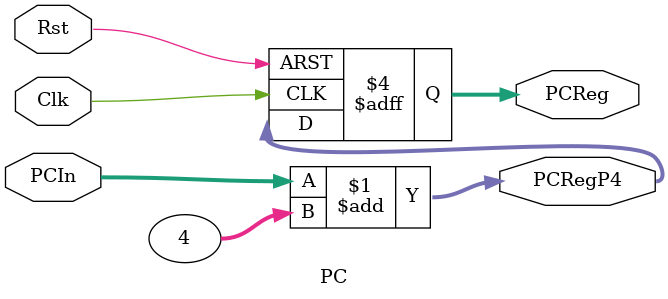
<source format=v>



module PC(Rst, Clk, PCReg, PCRegP4, PCIn);
	input wire	Rst;
	input wire	Clk;	
	input wire[31:0]	PCIn;

	output reg[31:0]	PCReg;
	output wire[31:0]	PCRegP4;

	assign PCRegP4 = PCIn + 32'h4;

	always @(negedge Rst or posedge Clk) begin
		if (Rst == 0) begin
			PCReg[31:0] <= 32'hBFC00000;
		end else begin
			PCReg[31:0] <= PCRegP4[31:0];
		end
	end
endmodule

</source>
